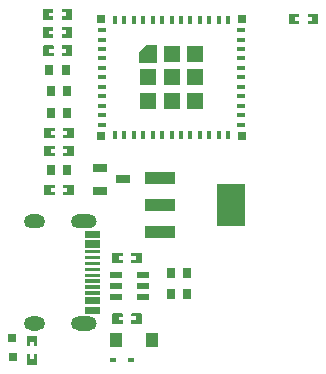
<source format=gtp>
G04 Layer: TopPasteMaskLayer*
G04 EasyEDA Pro v2.2.32.3, 2024-12-05 12:24:41*
G04 Gerber Generator version 0.3*
G04 Scale: 100 percent, Rotated: No, Reflected: No*
G04 Dimensions in millimeters*
G04 Leading zeros omitted, absolute positions, 3 integers and 5 decimals*
%FSLAX35Y35*%
%MOMM*%
%AMPolygonMacro1*4,1,5,-0.12499,0.72499,0.72499,0.72499,0.72499,-0.72499,-0.72499,-0.72499,-0.72499,0.12499,-0.12499,0.72499,0*%
%ADD10R,0.8X0.9*%
%ADD11R,0.8X0.8*%
%ADD12R,2.49999X1.1*%
%ADD13R,2.34X3.59999*%
%ADD14R,1.07201X0.532*%
%ADD15R,1.0016X1.2*%
%ADD16R,1.0X1.2*%
%ADD17R,0.6X0.4*%
%ADD18R,0.6X0.4*%
%ADD19R,0.8X0.9*%
%ADD20R,0.8X0.4*%
%ADD21R,0.4X0.8*%
%ADD22R,0.8X0.4*%
%ADD23R,0.4X0.8*%
%ADD24R,0.7X0.7*%
%ADD25PolygonMacro1*%
%ADD26R,1.45001X1.45001*%
%ADD27R,1.25001X0.7*%
G75*


G04 PolygonModel Start*
G36*
G01X221701Y-3296798D02*
G01X221701Y-3376798D01*
G01X226703Y-3381799D01*
G01X249499Y-3381799D01*
G01X249499Y-3344799D01*
G01X282499Y-3344799D01*
G01X282499Y-3381799D01*
G01X306702Y-3381799D01*
G01X311701Y-3376798D01*
G01X311701Y-3296798D01*
G01X306702Y-3291799D01*
G01X226703Y-3291799D01*
G01X221701Y-3296798D01*
G37*
G36*
G01X311699Y-3535802D02*
G01X311699Y-3455802D01*
G01X306697Y-3450801D01*
G01X283901Y-3450801D01*
G01X283901Y-3487801D01*
G01X250901Y-3487801D01*
G01X250901Y-3450801D01*
G01X226698Y-3450801D01*
G01X221699Y-3455802D01*
G01X221699Y-3535802D01*
G01X226698Y-3540801D01*
G01X306697Y-3540801D01*
G01X311699Y-3535802D01*
G37*
G36*
G01X1191255Y-3100774D02*
G01X1111255Y-3100774D01*
G01X1106254Y-3105775D01*
G01X1106254Y-3128572D01*
G01X1143254Y-3128572D01*
G01X1143254Y-3161572D01*
G01X1106254Y-3161572D01*
G01X1106254Y-3185775D01*
G01X1111255Y-3190774D01*
G01X1191255Y-3190774D01*
G01X1196254Y-3185775D01*
G01X1196254Y-3105775D01*
G01X1191255Y-3100774D01*
G37*
G36*
G01X952251Y-3190771D02*
G01X1032251Y-3190771D01*
G01X1037252Y-3185770D01*
G01X1037252Y-3162974D01*
G01X1000252Y-3162974D01*
G01X1000252Y-3129974D01*
G01X1037252Y-3129974D01*
G01X1037252Y-3105770D01*
G01X1032251Y-3100772D01*
G01X952251Y-3100772D01*
G01X947252Y-3105770D01*
G01X947252Y-3185770D01*
G01X952251Y-3190771D01*
G37*
G36*
G01X1191255Y-2587879D02*
G01X1111255Y-2587879D01*
G01X1106254Y-2592880D01*
G01X1106254Y-2615677D01*
G01X1143254Y-2615677D01*
G01X1143254Y-2648676D01*
G01X1106254Y-2648676D01*
G01X1106254Y-2672880D01*
G01X1111255Y-2677879D01*
G01X1191255Y-2677879D01*
G01X1196254Y-2672880D01*
G01X1196254Y-2592880D01*
G01X1191255Y-2587879D01*
G37*
G36*
G01X952251Y-2677876D02*
G01X1032251Y-2677876D01*
G01X1037252Y-2672875D01*
G01X1037252Y-2650079D01*
G01X1000252Y-2650079D01*
G01X1000252Y-2617079D01*
G01X1037252Y-2617079D01*
G01X1037252Y-2592875D01*
G01X1032251Y-2587876D01*
G01X952251Y-2587876D01*
G01X947252Y-2592875D01*
G01X947252Y-2672875D01*
G01X952251Y-2677876D01*
G37*
G36*
G01X317256Y-3127919D02*
G02X317256Y-3247923I0J-60002D01*
G01X257264Y-3247923D01*
G02X257264Y-3127919I0J60002D01*
G01X317256Y-3127919D01*
G37*
G36*
G01X317256Y-2263915D02*
G02X317256Y-2383912I-390J-59999D01*
G01X257264Y-2383912D01*
G02X257264Y-2263915I390J59999D01*
G01X317256Y-2263915D01*
G37*
G36*
G01X755269Y-3127919D02*
G02X755269Y-3247923I0J-60002D01*
G01X655269Y-3247923D01*
G02X655269Y-3127919I0J60002D01*
G01X755269Y-3127919D01*
G37*
G36*
G01X755269Y-2263915D02*
G02X755269Y-2383912I-390J-59999D01*
G01X655269Y-2383912D01*
G02X655269Y-2263915I390J59999D01*
G01X755269Y-2263915D01*
G37*
G36*
G01X844525Y-2915910D02*
G01X844525Y-2945912D01*
G01X714517Y-2945912D01*
G01X714517Y-2915910D01*
G01X844525Y-2915910D01*
G37*
G36*
G01X844525Y-2865902D02*
G01X844525Y-2895905D01*
G01X714517Y-2895905D01*
G01X714517Y-2865902D01*
G01X844525Y-2865902D01*
G37*
G36*
G01X844525Y-2815907D02*
G01X844525Y-2845910D01*
G01X714517Y-2845910D01*
G01X714517Y-2815907D01*
G01X844525Y-2815907D01*
G37*
G36*
G01X844525Y-2765895D02*
G01X844525Y-2795897D01*
G01X714517Y-2795897D01*
G01X714517Y-2765895D01*
G01X844525Y-2765895D01*
G37*
G36*
G01X844525Y-2715913D02*
G01X844525Y-2745910D01*
G01X714517Y-2745910D01*
G01X714517Y-2715913D01*
G01X844525Y-2715913D01*
G37*
G36*
G01X844525Y-2665900D02*
G01X844525Y-2695903D01*
G01X714517Y-2695903D01*
G01X714517Y-2665900D01*
G01X844525Y-2665900D01*
G37*
G36*
G01X844525Y-2615910D02*
G01X844525Y-2645908D01*
G01X714517Y-2645908D01*
G01X714517Y-2615910D01*
G01X844525Y-2615910D01*
G37*
G36*
G01X844525Y-2565900D02*
G01X844525Y-2595895D01*
G01X714517Y-2595895D01*
G01X714517Y-2565900D01*
G01X844525Y-2565900D01*
G37*
G36*
G01X844525Y-2965910D02*
G01X844525Y-3025910D01*
G01X714517Y-3025910D01*
G01X714517Y-2965910D01*
G01X844525Y-2965910D01*
G37*
G36*
G01X844525Y-3045889D02*
G01X844525Y-3105894D01*
G01X714517Y-3105894D01*
G01X714517Y-3045889D01*
G01X844525Y-3045889D01*
G37*
G36*
G01X844525Y-2485895D02*
G01X844525Y-2545895D01*
G01X714517Y-2545895D01*
G01X714517Y-2485895D01*
G01X844525Y-2485895D01*
G37*
G36*
G01X844525Y-2405921D02*
G01X844525Y-2465916D01*
G01X714517Y-2465916D01*
G01X714517Y-2405921D01*
G01X844525Y-2405921D01*
G37*
G36*
G01X2684902Y-564601D02*
G01X2604902Y-564601D01*
G01X2599901Y-569603D01*
G01X2599901Y-592399D01*
G01X2636901Y-592399D01*
G01X2636901Y-625399D01*
G01X2599901Y-625399D01*
G01X2599901Y-649602D01*
G01X2604902Y-654601D01*
G01X2684902Y-654601D01*
G01X2689901Y-649602D01*
G01X2689901Y-569603D01*
G01X2684902Y-564601D01*
G37*
G36*
G01X2445898Y-654599D02*
G01X2525898Y-654599D01*
G01X2530899Y-649597D01*
G01X2530899Y-626801D01*
G01X2493899Y-626801D01*
G01X2493899Y-593801D01*
G01X2530899Y-593801D01*
G01X2530899Y-569598D01*
G01X2525898Y-564599D01*
G01X2445898Y-564599D01*
G01X2440899Y-569598D01*
G01X2440899Y-649597D01*
G01X2445898Y-654599D01*
G37*
G36*
G01X614802Y-1529801D02*
G01X534802Y-1529801D01*
G01X529801Y-1534803D01*
G01X529801Y-1557599D01*
G01X566801Y-1557599D01*
G01X566801Y-1590599D01*
G01X529801Y-1590599D01*
G01X529801Y-1614802D01*
G01X534802Y-1619801D01*
G01X614802Y-1619801D01*
G01X619801Y-1614802D01*
G01X619801Y-1534803D01*
G01X614802Y-1529801D01*
G37*
G36*
G01X375798Y-1619799D02*
G01X455798Y-1619799D01*
G01X460799Y-1614797D01*
G01X460799Y-1592001D01*
G01X423799Y-1592001D01*
G01X423799Y-1559001D01*
G01X460799Y-1559001D01*
G01X460799Y-1534798D01*
G01X455798Y-1529799D01*
G01X375798Y-1529799D01*
G01X370799Y-1534798D01*
G01X370799Y-1614797D01*
G01X375798Y-1619799D01*
G37*
G36*
G01X375798Y-1772199D02*
G01X455798Y-1772199D01*
G01X460799Y-1767197D01*
G01X460799Y-1744401D01*
G01X423799Y-1744401D01*
G01X423799Y-1711401D01*
G01X460799Y-1711401D01*
G01X460799Y-1687198D01*
G01X455798Y-1682199D01*
G01X375798Y-1682199D01*
G01X370799Y-1687198D01*
G01X370799Y-1767197D01*
G01X375798Y-1772199D01*
G37*
G36*
G01X614802Y-1682201D02*
G01X534802Y-1682201D01*
G01X529801Y-1687203D01*
G01X529801Y-1709999D01*
G01X566801Y-1709999D01*
G01X566801Y-1742999D01*
G01X529801Y-1742999D01*
G01X529801Y-1767202D01*
G01X534802Y-1772201D01*
G01X614802Y-1772201D01*
G01X619801Y-1767202D01*
G01X619801Y-1687203D01*
G01X614802Y-1682201D01*
G37*
G36*
G01X602102Y-526501D02*
G01X522102Y-526501D01*
G01X517101Y-531503D01*
G01X517101Y-554299D01*
G01X554101Y-554299D01*
G01X554101Y-587299D01*
G01X517101Y-587299D01*
G01X517101Y-611502D01*
G01X522102Y-616501D01*
G01X602102Y-616501D01*
G01X607101Y-611502D01*
G01X607101Y-531503D01*
G01X602102Y-526501D01*
G37*
G36*
G01X363098Y-616499D02*
G01X443098Y-616499D01*
G01X448099Y-611497D01*
G01X448099Y-588701D01*
G01X411099Y-588701D01*
G01X411099Y-555701D01*
G01X448099Y-555701D01*
G01X448099Y-531498D01*
G01X443098Y-526499D01*
G01X363098Y-526499D01*
G01X358099Y-531498D01*
G01X358099Y-611497D01*
G01X363098Y-616499D01*
G37*
G36*
G01X602102Y-678901D02*
G01X522102Y-678901D01*
G01X517101Y-683903D01*
G01X517101Y-706699D01*
G01X554101Y-706699D01*
G01X554101Y-739699D01*
G01X517101Y-739699D01*
G01X517101Y-763902D01*
G01X522102Y-768901D01*
G01X602102Y-768901D01*
G01X607101Y-763902D01*
G01X607101Y-683903D01*
G01X602102Y-678901D01*
G37*
G36*
G01X363098Y-768899D02*
G01X443098Y-768899D01*
G01X448099Y-763897D01*
G01X448099Y-741101D01*
G01X411099Y-741101D01*
G01X411099Y-708101D01*
G01X448099Y-708101D01*
G01X448099Y-683898D01*
G01X443098Y-678899D01*
G01X363098Y-678899D01*
G01X358099Y-683898D01*
G01X358099Y-763897D01*
G01X363098Y-768899D01*
G37*
G36*
G01X603184Y-833887D02*
G01X523184Y-833887D01*
G01X518183Y-838888D01*
G01X518183Y-861685D01*
G01X555183Y-861685D01*
G01X555183Y-894685D01*
G01X518183Y-894685D01*
G01X518183Y-918888D01*
G01X523184Y-923887D01*
G01X603184Y-923887D01*
G01X608183Y-918888D01*
G01X608183Y-838888D01*
G01X603184Y-833887D01*
G37*
G36*
G01X364180Y-923884D02*
G01X444180Y-923884D01*
G01X449181Y-918883D01*
G01X449181Y-896087D01*
G01X412181Y-896087D01*
G01X412181Y-863087D01*
G01X449181Y-863087D01*
G01X449181Y-838883D01*
G01X444180Y-833885D01*
G01X364180Y-833885D01*
G01X359181Y-838883D01*
G01X359181Y-918883D01*
G01X364180Y-923884D01*
G37*
G36*
G01X614802Y-2012401D02*
G01X534802Y-2012401D01*
G01X529801Y-2017403D01*
G01X529801Y-2040199D01*
G01X566801Y-2040199D01*
G01X566801Y-2073199D01*
G01X529801Y-2073199D01*
G01X529801Y-2097402D01*
G01X534802Y-2102401D01*
G01X614802Y-2102401D01*
G01X619801Y-2097402D01*
G01X619801Y-2017403D01*
G01X614802Y-2012401D01*
G37*
G36*
G01X375798Y-2102399D02*
G01X455798Y-2102399D01*
G01X460799Y-2097397D01*
G01X460799Y-2074601D01*
G01X423799Y-2074601D01*
G01X423799Y-2041601D01*
G01X460799Y-2041601D01*
G01X460799Y-2017398D01*
G01X455798Y-2012399D01*
G01X375798Y-2012399D01*
G01X370799Y-2017398D01*
G01X370799Y-2097397D01*
G01X375798Y-2102399D01*
G37*

G04 Pad Start*
G54D10*
G01X1442725Y-2936136D03*
G01X1582730Y-2936136D03*
G54D11*
G01X101262Y-3310953D03*
G01X101948Y-3470846D03*
G54D12*
G01X1354005Y-1954403D03*
G01X1354005Y-2184400D03*
G01X1354005Y-2414397D03*
G54D13*
G01X1947997Y-2184400D03*
G54D14*
G01X1209044Y-2966671D03*
G01X1209044Y-2871675D03*
G01X1209044Y-2776679D03*
G01X979225Y-2776679D03*
G01X979225Y-2871675D03*
G01X979225Y-2966671D03*
G54D16*
G01X975624Y-3329046D03*
G01X1285606Y-3329046D03*
G54D17*
G01X955624Y-3496478D03*
G54D18*
G01X1105611Y-3496478D03*
G54D10*
G01X423748Y-1218659D03*
G01X563753Y-1218659D03*
G54D19*
G01X565302Y-1409700D03*
G01X425298Y-1409700D03*
G54D20*
G01X857809Y-704901D03*
G01X857809Y-784911D03*
G01X857809Y-864895D03*
G01X857809Y-944905D03*
G01X857809Y-1024890D03*
G01X857809Y-1104900D03*
G01X857809Y-1184910D03*
G01X857809Y-1264895D03*
G01X857809Y-1344905D03*
G01X857809Y-1424889D03*
G01X857809Y-1504899D03*
G54D21*
G01X967791Y-1594891D03*
G01X1047801Y-1594891D03*
G01X1127811Y-1594891D03*
G01X1207795Y-1594891D03*
G01X1287805Y-1594891D03*
G01X1367790Y-1594891D03*
G01X1447800Y-1594891D03*
G01X1527810Y-1594891D03*
G01X1607795Y-1594891D03*
G01X1687805Y-1594891D03*
G01X1767789Y-1594891D03*
G01X1847799Y-1594891D03*
G01X1927809Y-1594891D03*
G54D22*
G01X2037791Y-1504899D03*
G01X2037791Y-1424889D03*
G01X2037791Y-1344905D03*
G01X2037791Y-1264895D03*
G01X2037791Y-1184910D03*
G01X2037791Y-1104900D03*
G01X2037791Y-1024890D03*
G01X2037791Y-944905D03*
G01X2037791Y-864895D03*
G01X2037791Y-784911D03*
G01X2037791Y-704901D03*
G54D23*
G01X1927809Y-614909D03*
G01X1847799Y-614909D03*
G01X1767789Y-614909D03*
G01X1687805Y-614909D03*
G01X1607795Y-614909D03*
G01X1527810Y-614909D03*
G01X1447800Y-614909D03*
G01X1367790Y-614909D03*
G01X1287805Y-614909D03*
G01X1207795Y-614909D03*
G01X1127811Y-614909D03*
G01X1047801Y-614909D03*
G01X967791Y-614909D03*
G54D24*
G01X2042795Y-609905D03*
G01X2042795Y-1599895D03*
G01X852805Y-1599895D03*
G01X852805Y-609905D03*
G54D25*
G01X1250287Y-907405D03*
G54D26*
G01X1645285Y-1302410D03*
G01X1447800Y-1302410D03*
G01X1250290Y-1302410D03*
G01X1250290Y-1104900D03*
G01X1447800Y-907415D03*
G01X1645285Y-907415D03*
G01X1645285Y-1104900D03*
G01X1447800Y-1104900D03*
G54D10*
G01X1442725Y-2758336D03*
G01X1582730Y-2758336D03*
G54D19*
G01X565302Y-1892300D03*
G01X425298Y-1892300D03*
G54D10*
G01X412598Y-1041400D03*
G01X552602Y-1041400D03*
G54D27*
G01X839800Y-1873504D03*
G01X839800Y-2063496D03*
G01X1039800Y-1968500D03*
G04 Pad End*

M02*


</source>
